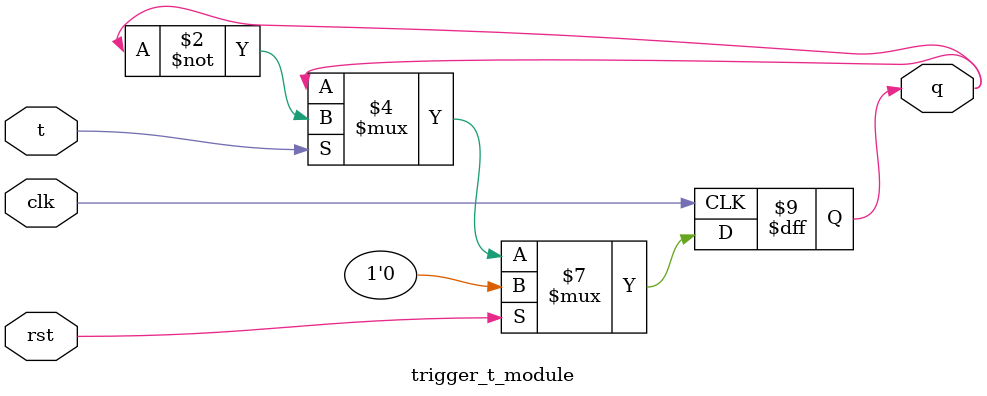
<source format=sv>
module trigger_t_module (
    input logic t,
    input logic clk,
    input rst, 


    output logic q
);
// 
// initial q = 0;

always @(posedge clk) begin

    if (rst) q <= 0;
    else if (t)
        q <= ~q;
    else 
        q <=q;
end
endmodule
</source>
